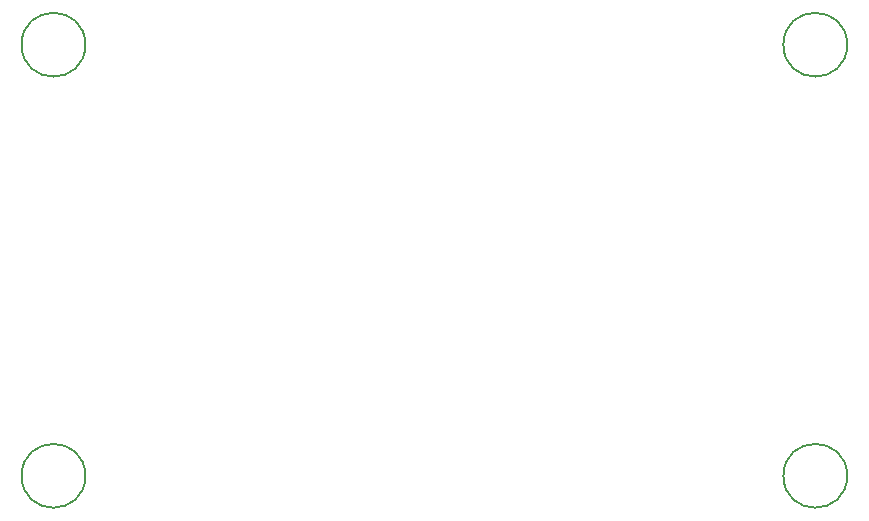
<source format=gbr>
%TF.GenerationSoftware,KiCad,Pcbnew,8.0.1*%
%TF.CreationDate,2024-03-30T20:31:03-07:00*%
%TF.ProjectId,babelfish,62616265-6c66-4697-9368-2e6b69636164,v0.3*%
%TF.SameCoordinates,Original*%
%TF.FileFunction,Other,Comment*%
%FSLAX46Y46*%
G04 Gerber Fmt 4.6, Leading zero omitted, Abs format (unit mm)*
G04 Created by KiCad (PCBNEW 8.0.1) date 2024-03-30 20:31:03*
%MOMM*%
%LPD*%
G01*
G04 APERTURE LIST*
%ADD10C,0.150000*%
G04 APERTURE END LIST*
D10*
%TO.C,H4*%
X100000Y13500000D02*
G75*
G02*
X-5300000Y13500000I-2700000J0D01*
G01*
X-5300000Y13500000D02*
G75*
G02*
X100000Y13500000I2700000J0D01*
G01*
%TO.C,H1*%
X100000Y-23000000D02*
G75*
G02*
X-5300000Y-23000000I-2700000J0D01*
G01*
X-5300000Y-23000000D02*
G75*
G02*
X100000Y-23000000I2700000J0D01*
G01*
%TO.C,H3*%
X64600000Y13500000D02*
G75*
G02*
X59200000Y13500000I-2700000J0D01*
G01*
X59200000Y13500000D02*
G75*
G02*
X64600000Y13500000I2700000J0D01*
G01*
%TO.C,H2*%
X64600000Y-23000000D02*
G75*
G02*
X59200000Y-23000000I-2700000J0D01*
G01*
X59200000Y-23000000D02*
G75*
G02*
X64600000Y-23000000I2700000J0D01*
G01*
%TD*%
M02*

</source>
